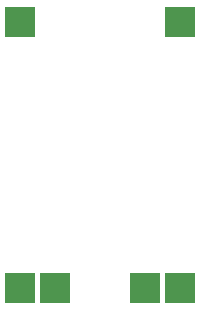
<source format=gbr>
%TF.GenerationSoftware,KiCad,Pcbnew,(6.0.6-0)*%
%TF.CreationDate,2022-09-18T15:36:00+02:00*%
%TF.ProjectId,magnetic-18350-holder-charger,6d61676e-6574-4696-932d-31383335302d,rev?*%
%TF.SameCoordinates,Original*%
%TF.FileFunction,Paste,Bot*%
%TF.FilePolarity,Positive*%
%FSLAX46Y46*%
G04 Gerber Fmt 4.6, Leading zero omitted, Abs format (unit mm)*
G04 Created by KiCad (PCBNEW (6.0.6-0)) date 2022-09-18 15:36:00*
%MOMM*%
%LPD*%
G01*
G04 APERTURE LIST*
%ADD10R,2.500000X2.500000*%
G04 APERTURE END LIST*
D10*
%TO.C,U1*%
X116500000Y-78950000D03*
X130100000Y-78950000D03*
X116500000Y-101450000D03*
X130050000Y-101450000D03*
X119500000Y-101450000D03*
X127100000Y-101450000D03*
%TD*%
M02*

</source>
